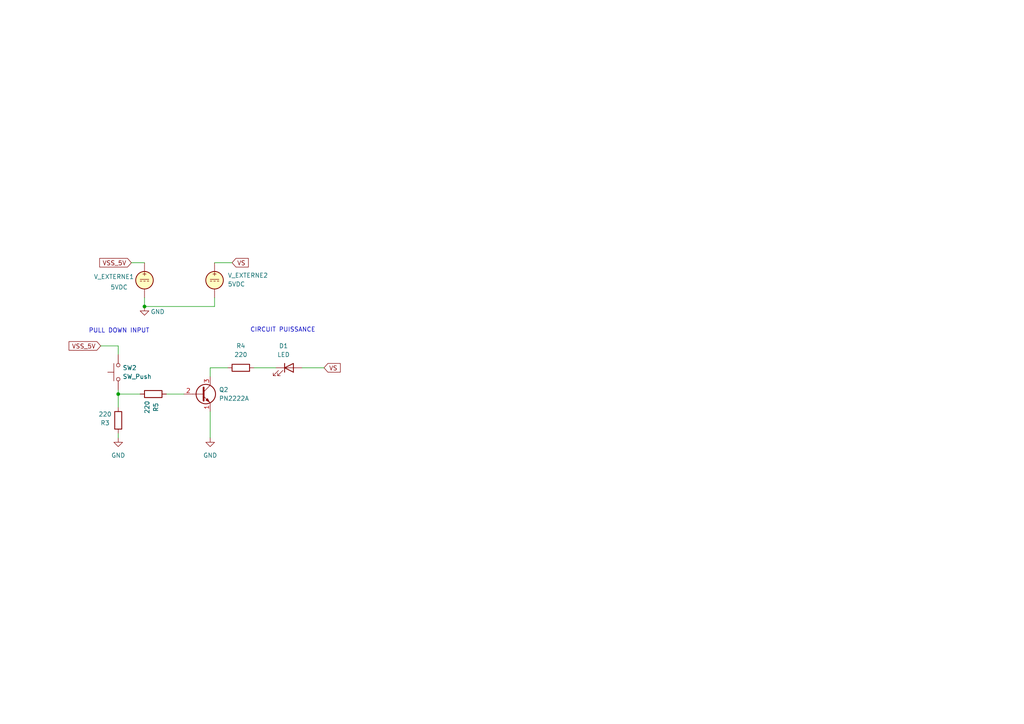
<source format=kicad_sch>
(kicad_sch (version 20250114) (generator "eeschema") (generator_version "9.0")
  (paper "A4")
  (lib_symbols
    (symbol "Device:LED" (pin_numbers (hide yes)) (pin_names (offset 1.016) (hide yes))
      (property "Reference" "D" (at 0 2.54 0))
      (property "Value" "LED" (at 0 -2.54 0))
      (symbol "LED_0_1"
        (polyline (pts (xy -3.048 -0.762) (xy -4.572 -2.286) (xy -3.81 -2.286) (xy -4.572 -2.286) (xy -4.572 -1.524)))
        (polyline (pts (xy -1.778 -0.762) (xy -3.302 -2.286) (xy -2.54 -2.286) (xy -3.302 -2.286) (xy -3.302 -1.524)))
        (polyline (pts (xy -1.27 0) (xy 1.27 0)))
        (polyline (pts (xy -1.27 -1.27) (xy -1.27 1.27)) (stroke (width 0.254)))
        (polyline (pts (xy 1.27 -1.27) (xy 1.27 1.27) (xy -1.27 0) (xy 1.27 -1.27)) (stroke (width 0.254)))
      )
      (symbol "LED_1_1"
        (pin passive line (at -3.81 0 0) (length 2.54) (name "K") (number "1"))
        (pin passive line (at 3.81 0 180) (length 2.54) (name "A") (number "2"))
      )
    )
    (symbol "Device:R" (pin_numbers (hide yes)) (pin_names (offset 0))
      (property "Reference" "R" (at 2.032 0 90))
      (property "Value" "R" (at 0 0 90))
      (symbol "R_0_1"
        (rectangle (start -1.016 -2.54) (end 1.016 2.54) (stroke (width 0.254)))
      )
      (symbol "R_1_1"
        (pin passive line (at 0 3.81 270) (length 1.27) (name "~") (number "1"))
        (pin passive line (at 0 -3.81 90) (length 1.27) (name "~") (number "2"))
      )
    )
    (symbol "Simulation_SPICE:VDC" (pin_numbers (hide yes)) (pin_names (offset 0.0254))
      (property "Reference" "V" (at 2.54 2.54 0))
      (property "Value" "1" (at 2.54 0 0))
      (symbol "VDC_0_0"
        (polyline (pts (xy -1.27 0.254) (xy 1.27 0.254)))
        (polyline (pts (xy -0.762 -0.254) (xy -1.27 -0.254)))
        (polyline (pts (xy 0.254 -0.254) (xy -0.254 -0.254)))
        (polyline (pts (xy 1.27 -0.254) (xy 0.762 -0.254)))
        (text "+" (at 0 1.905 0) (effects (font (size 1.27 1.27))))
      )
      (symbol "VDC_0_1"
        (circle (center 0 0) (radius 2.54) (stroke (width 0.254)) (fill (type background)))
      )
      (symbol "VDC_1_1"
        (pin passive line (at 0 5.08 270) (length 2.54) (name "~") (number "1"))
        (pin passive line (at 0 -5.08 90) (length 2.54) (name "~") (number "2"))
      )
    )
    (symbol "Switch:SW_Push" (pin_numbers (hide yes)) (pin_names (offset 1.016) (hide yes))
      (property "Reference" "SW" (at 1.27 2.54 0))
      (property "Value" "SW_Push" (at 0 -1.524 0))
      (symbol "SW_Push_0_1"
        (circle (center -2.032 0) (radius 0.508))
        (polyline (pts (xy 0 1.27) (xy 0 3.048)))
        (circle (center 2.032 0) (radius 0.508))
        (polyline (pts (xy 2.54 1.27) (xy -2.54 1.27)))
        (pin passive line (at -5.08 0 0) (length 2.54) (name "1") (number "1"))
        (pin passive line (at 5.08 0 180) (length 2.54) (name "2") (number "2"))
      )
    )
    (symbol "Transistor_BJT:PN2222A" (pin_names (offset 0) (hide yes))
      (property "Reference" "Q" (at 5.08 1.905 0))
      (property "Value" "PN2222A" (at 5.08 0 0))
      (symbol "PN2222A_0_1"
        (polyline (pts (xy -2.54 0) (xy 0.635 0)))
        (polyline (pts (xy 0.635 1.905) (xy 0.635 -1.905)) (stroke (width 0.508)))
        (circle (center 1.27 0) (radius 2.8194) (stroke (width 0.254)))
      )
      (symbol "PN2222A_1_1"
        (polyline (pts (xy 0.635 0.635) (xy 2.54 2.54)))
        (polyline (pts (xy 0.635 -0.635) (xy 2.54 -2.54)))
        (polyline (pts (xy 1.27 -1.778) (xy 1.778 -1.27) (xy 2.286 -2.286) (xy 1.27 -1.778)) (fill (type outline)))
        (pin input line (at -5.08 0 0) (length 2.54) (name "B") (number "2"))
        (pin passive line (at 2.54 5.08 270) (length 2.54) (name "C") (number "3"))
        (pin passive line (at 2.54 -5.08 90) (length 2.54) (name "E") (number "1"))
      )
    )
    (symbol "power:GND" (power) (pin_numbers (hide yes)) (pin_names (offset 0) (hide yes))
      (property "Value" "GND" (at 0 -3.81 0))
      (symbol "GND_0_1"
        (polyline (pts (xy 0 0) (xy 0 -1.27) (xy 1.27 -1.27) (xy 0 -2.54) (xy -1.27 -1.27) (xy 0 -1.27)))
      )
      (symbol "GND_1_1"
        (pin power_in line (at 0 0 270) (length 0) (name "~") (number "1"))
      )
    )
  )
  (text "CIRCUIT PUISSANCE" (at 82.042 95.758 0) (effects (font (size 1.27 1.27))))
  (text "PULL DOWN INPUT" (at 34.544 96.012 0) (effects (font (size 1.27 1.27))))
  (junction (at 41.91 88.9))
  (junction (at 34.29 114.3))
  (wire (pts (xy 29.21 100.33) (xy 34.29 100.33)))
  (wire (pts (xy 34.29 100.33) (xy 34.29 102.87)))
  (wire (pts (xy 41.91 88.9) (xy 62.23 88.9)))
  (wire (pts (xy 34.29 114.3) (xy 34.29 118.11)))
  (wire (pts (xy 38.1 76.2) (xy 41.91 76.2)))
  (wire (pts (xy 62.23 86.36) (xy 62.23 88.9)))
  (wire (pts (xy 62.23 76.2) (xy 67.31 76.2)))
  (wire (pts (xy 41.91 86.36) (xy 41.91 88.9)))
  (wire (pts (xy 48.26 114.3) (xy 53.34 114.3)))
  (wire (pts (xy 60.96 119.38) (xy 60.96 127)))
  (wire (pts (xy 60.96 106.68) (xy 66.04 106.68)))
  (wire (pts (xy 60.96 106.68) (xy 60.96 109.22)))
  (wire (pts (xy 34.29 113.03) (xy 34.29 114.3)))
  (wire (pts (xy 73.66 106.68) (xy 80.01 106.68)))
  (wire (pts (xy 34.29 125.73) (xy 34.29 127)))
  (wire (pts (xy 87.63 106.68) (xy 93.98 106.68)))
  (wire (pts (xy 34.29 114.3) (xy 40.64 114.3)))
  (global_label "VS" (shape input) (at 93.98 106.68 0) (property "Intersheetrefs" "${INTERSHEET_REFS}" (effects (hide yes))))
  (global_label "VSS_5V" (shape input) (at 38.1 76.2 180) (property "Intersheetrefs" "${INTERSHEET_REFS}" (effects (hide yes))))
  (global_label "VS" (shape input) (at 67.31 76.2 0) (property "Intersheetrefs" "${INTERSHEET_REFS}" (effects (hide yes))))
  (global_label "VSS_5V" (shape input) (at 29.21 100.33 180) (property "Intersheetrefs" "${INTERSHEET_REFS}" (effects (hide yes))))
  (symbol (lib_id "Device:R") (at 69.85 106.68 270) (unit 1)
    (property "Reference" "R4" (at 69.85 100.33 90))
    (property "Value" "220" (at 69.85 102.87 90))
    (property "Footprint" "Resistor_THT:R_Axial_DIN0411_L9.9mm_D3.6mm_P7.62mm_Vertical" (effects (hide yes)))
    (property "Description" "Resistor" (effects (hide yes)))
  )
  (symbol (lib_id "power:GND") (at 34.29 127 0) (unit 1)
    (property "Reference" "#PWR03" (effects (hide yes)))
    (property "Value" "GND" (at 34.29 132.08 0))
    (property "Description" "Power symbol creates a global label with name \"GND\" , ground" (effects (hide yes)))
  )
  (symbol (lib_id "power:GND") (at 60.96 127 0) (unit 1)
    (property "Reference" "#PWR05" (effects (hide yes)))
    (property "Value" "GND" (at 60.96 132.08 0))
    (property "Description" "Power symbol creates a global label with name \"GND\" , ground" (effects (hide yes)))
  )
  (symbol (lib_id "power:GND") (at 41.91 88.9 0) (unit 1)
    (property "Reference" "#PWR06" (effects (hide yes)))
    (property "Value" "GND" (at 45.72 90.424 0))
    (property "Description" "Power symbol creates a global label with name \"GND\" , ground" (effects (hide yes)))
  )
  (symbol (lib_id "Device:R") (at 34.29 121.92 180) (unit 1)
    (property "Reference" "R3" (at 30.48 122.682 0))
    (property "Value" "220" (at 30.48 120.142 0))
    (property "Footprint" "Resistor_THT:R_Axial_DIN0411_L9.9mm_D3.6mm_P7.62mm_Vertical" (effects (hide yes)))
    (property "Description" "Resistor" (effects (hide yes)))
  )
  (symbol (lib_id "Device:LED") (at 83.82 106.68 0) (unit 1)
    (property "Reference" "D1" (at 82.2325 100.33 0))
    (property "Value" "LED" (at 82.2325 102.87 0))
    (property "Footprint" "LED_THT:LED_D5.0mm" (effects (hide yes)))
    (property "Description" "Light emitting diode" (effects (hide yes)))
    (property "Sim.Pins" "1=K 2=A" (effects (hide yes)))
  )
  (symbol (lib_id "Switch:SW_Push") (at 34.29 107.95 90) (unit 1)
    (property "Reference" "SW2" (at 35.56 106.6799 90) (effects (justify right)))
    (property "Value" "SW_Push" (at 35.56 109.2199 90) (effects (justify right)))
    (property "Footprint" "Connector_PinSocket_2.54mm:PinSocket_1x02_P2.54mm_Vertical" (effects (hide yes)))
    (property "Description" "Push button switch, generic, two pins" (effects (hide yes)))
  )
  (symbol (lib_id "Simulation_SPICE:VDC") (at 41.91 81.28 0) (unit 1)
    (property "Reference" "V_EXTERNE1" (at 27.178 80.264 0) (effects (justify left)))
    (property "Value" "5VDC" (at 32.004 83.312 0) (effects (justify left)))
    (property "Footprint" "Connector_PinHeader_2.54mm:PinHeader_1x02_P2.54mm_Horizontal" (effects (hide yes)))
    (property "Datasheet" "https://ngspice.sourceforge.io/docs/ngspice-html-manual/manual.xhtml#sec_Independent_Sources_for" (effects (hide yes)))
    (property "Description" "Voltage source, DC" (effects (hide yes)))
    (property "Sim.Pins" "1=+ 2=-" (effects (hide yes)))
    (property "Sim.Type" "DC" (effects (hide yes)))
    (property "Sim.Device" "V" (effects (hide yes)))
  )
  (symbol (lib_id "Device:R") (at 44.45 114.3 270) (unit 1)
    (property "Reference" "R5" (at 45.212 118.11 0))
    (property "Value" "220" (at 42.672 118.11 0))
    (property "Footprint" "Resistor_THT:R_Axial_DIN0411_L9.9mm_D3.6mm_P7.62mm_Vertical" (effects (hide yes)))
    (property "Description" "Resistor" (effects (hide yes)))
  )
  (symbol (lib_id "Simulation_SPICE:VDC") (at 62.23 81.28 0) (unit 1)
    (property "Reference" "V_EXTERNE2" (at 66.04 79.8801 0) (effects (justify left)))
    (property "Value" "5VDC" (at 66.04 82.4201 0) (effects (justify left)))
    (property "Footprint" "Connector_PinHeader_2.54mm:PinHeader_1x02_P2.54mm_Horizontal" (effects (hide yes)))
    (property "Datasheet" "https://ngspice.sourceforge.io/docs/ngspice-html-manual/manual.xhtml#sec_Independent_Sources_for" (effects (hide yes)))
    (property "Description" "Voltage source, DC" (effects (hide yes)))
    (property "Sim.Pins" "1=+ 2=-" (effects (hide yes)))
    (property "Sim.Type" "DC" (effects (hide yes)))
    (property "Sim.Device" "V" (effects (hide yes)))
  )
  (symbol (lib_id "Transistor_BJT:PN2222A") (at 58.42 114.3 0) (unit 1)
    (property "Reference" "Q2" (at 63.5 113.0299 0) (effects (justify left)))
    (property "Value" "PN2222A" (at 63.5 115.5699 0) (effects (justify left)))
    (property "Footprint" "Package_TO_SOT_THT:TO-92_Inline" (effects (hide yes)))
    (property "Datasheet" "https://www.onsemi.com/pub/Collateral/PN2222-D.PDF" (effects (hide yes)))
    (property "Description" "1A Ic, 40V Vce, NPN Transistor, General Purpose Transistor, TO-92" (effects (hide yes)))
  )
)
</source>
